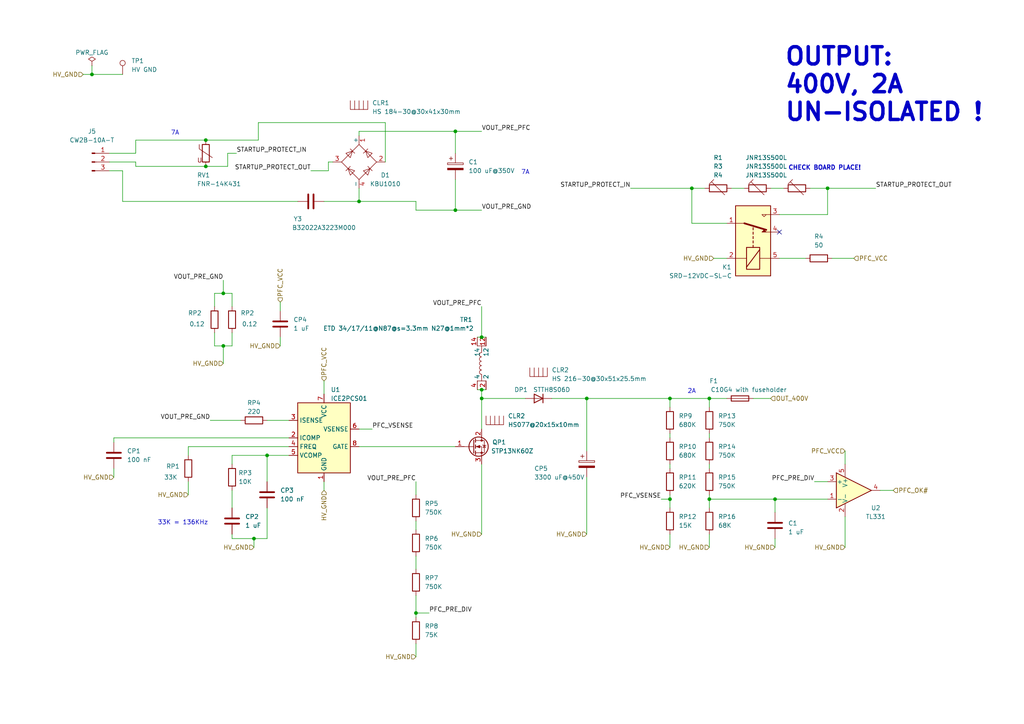
<source format=kicad_sch>
(kicad_sch (version 20230121) (generator eeschema)
  (paper "A4")
  (lib_symbols
    (symbol "Comparator:TL331" (pin_names (offset 0.127))
      (property "Reference" "U" (at 1.27 5.08 0))
      (property "Value" "TL331" (at 3.81 -5.08 0))
      (symbol "TL331_0_1"
        (polyline (pts (xy -5.08 5.08) (xy 5.08 0) (xy -5.08 -5.08) (xy -5.08 5.08)) (stroke (width 0.254)) (fill (type background)))
      )
      (symbol "TL331_1_1"
        (pin input line (at -7.62 -2.54 0) (length 2.54) (name "-") (number "1"))
        (pin power_in line (at -2.54 -7.62 90) (length 3.81) (name "V-") (number "2"))
        (pin input line (at -7.62 2.54 0) (length 2.54) (name "+") (number "3"))
        (pin open_collector line (at 7.62 0 180) (length 2.54) (name "~") (number "4"))
        (pin power_in line (at -2.54 7.62 270) (length 3.81) (name "V+") (number "5"))
      )
    )
    (symbol "Connector:Conn_01x03_Pin" (pin_names (offset 1.016) hide)
      (property "Reference" "J" (at 0 5.08 0))
      (property "Value" "Conn_01x03_Pin" (at 0 -5.08 0))
      (symbol "Conn_01x03_Pin_1_1"
        (polyline (pts (xy 1.27 -2.54) (xy 0.8636 -2.54)) (stroke (width 0.1524)))
        (polyline (pts (xy 1.27 0) (xy 0.8636 0)) (stroke (width 0.1524)))
        (polyline (pts (xy 1.27 2.54) (xy 0.8636 2.54)) (stroke (width 0.1524)))
        (rectangle (start 0.8636 -2.413) (end 0 -2.667) (stroke (width 0.1524)) (fill (type outline)))
        (rectangle (start 0.8636 0.127) (end 0 -0.127) (stroke (width 0.1524)) (fill (type outline)))
        (rectangle (start 0.8636 2.667) (end 0 2.413) (stroke (width 0.1524)) (fill (type outline)))
        (pin passive line (at 5.08 2.54 180) (length 3.81) (name "Pin_1") (number "1"))
        (pin passive line (at 5.08 0 180) (length 3.81) (name "Pin_2") (number "2"))
        (pin passive line (at 5.08 -2.54 180) (length 3.81) (name "Pin_3") (number "3"))
      )
    )
    (symbol "Connector:TestPoint" (pin_numbers hide) (pin_names (offset 0.762) hide)
      (property "Reference" "TP" (at 0 6.858 0))
      (property "Value" "TestPoint" (at 0 5.08 0))
      (symbol "TestPoint_0_1"
        (circle (center 0 3.302) (radius 0.762))
      )
      (symbol "TestPoint_1_1"
        (pin passive line (at 0 0 90) (length 2.54) (name "1") (number "1"))
      )
    )
    (symbol "Device:C" (pin_numbers hide) (pin_names (offset 0.254))
      (property "Reference" "C" (at 0.635 2.54 0))
      (property "Value" "C" (at 0.635 -2.54 0))
      (symbol "C_0_1"
        (polyline (pts (xy -2.032 -0.762) (xy 2.032 -0.762)) (stroke (width 0.508)))
        (polyline (pts (xy -2.032 0.762) (xy 2.032 0.762)) (stroke (width 0.508)))
      )
      (symbol "C_1_1"
        (pin passive line (at 0 3.81 270) (length 2.794) (name "~") (number "1"))
        (pin passive line (at 0 -3.81 90) (length 2.794) (name "~") (number "2"))
      )
    )
    (symbol "Device:C_Polarized" (pin_numbers hide) (pin_names (offset 0.254))
      (property "Reference" "C" (at 0.635 2.54 0))
      (property "Value" "C_Polarized" (at 0.635 -2.54 0))
      (symbol "C_Polarized_0_1"
        (rectangle (start -2.286 0.508) (end 2.286 1.016))
        (polyline (pts (xy -1.778 2.286) (xy -0.762 2.286)))
        (polyline (pts (xy -1.27 2.794) (xy -1.27 1.778)))
        (rectangle (start 2.286 -0.508) (end -2.286 -1.016) (fill (type outline)))
      )
      (symbol "C_Polarized_1_1"
        (pin passive line (at 0 3.81 270) (length 2.794) (name "~") (number "1"))
        (pin passive line (at 0 -3.81 90) (length 2.794) (name "~") (number "2"))
      )
    )
    (symbol "Device:D" (pin_numbers hide) (pin_names (offset 1.016) hide)
      (property "Reference" "D" (at 0 2.54 0))
      (property "Value" "D" (at 0 -2.54 0))
      (symbol "D_0_1"
        (polyline (pts (xy -1.27 1.27) (xy -1.27 -1.27)) (stroke (width 0.254)))
        (polyline (pts (xy 1.27 0) (xy -1.27 0)))
        (polyline (pts (xy 1.27 1.27) (xy 1.27 -1.27) (xy -1.27 0) (xy 1.27 1.27)) (stroke (width 0.254)))
      )
      (symbol "D_1_1"
        (pin passive line (at -3.81 0 0) (length 2.54) (name "K") (number "1"))
        (pin passive line (at 3.81 0 180) (length 2.54) (name "A") (number "2"))
      )
    )
    (symbol "Device:Fuse" (pin_numbers hide) (pin_names (offset 0))
      (property "Reference" "F" (at 2.032 0 90))
      (property "Value" "Fuse" (at -1.905 0 90))
      (symbol "Fuse_0_1"
        (rectangle (start -0.762 -2.54) (end 0.762 2.54) (stroke (width 0.254)))
        (polyline (pts (xy 0 2.54) (xy 0 -2.54)))
      )
      (symbol "Fuse_1_1"
        (pin passive line (at 0 3.81 270) (length 1.27) (name "~") (number "1"))
        (pin passive line (at 0 -3.81 90) (length 1.27) (name "~") (number "2"))
      )
    )
    (symbol "Device:Q_NMOS_GDS" (pin_names (offset 0) hide)
      (property "Reference" "Q" (at 5.08 1.27 0))
      (property "Value" "Q_NMOS_GDS" (at 5.08 -1.27 0))
      (symbol "Q_NMOS_GDS_0_1"
        (polyline (pts (xy 0.254 0) (xy -2.54 0)))
        (polyline (pts (xy 0.254 1.905) (xy 0.254 -1.905)) (stroke (width 0.254)))
        (polyline (pts (xy 0.762 -1.27) (xy 0.762 -2.286)) (stroke (width 0.254)))
        (polyline (pts (xy 0.762 0.508) (xy 0.762 -0.508)) (stroke (width 0.254)))
        (polyline (pts (xy 0.762 2.286) (xy 0.762 1.27)) (stroke (width 0.254)))
        (polyline (pts (xy 2.54 2.54) (xy 2.54 1.778)))
        (polyline (pts (xy 2.54 -2.54) (xy 2.54 0) (xy 0.762 0)))
        (polyline (pts (xy 0.762 -1.778) (xy 3.302 -1.778) (xy 3.302 1.778) (xy 0.762 1.778)))
        (polyline (pts (xy 1.016 0) (xy 2.032 0.381) (xy 2.032 -0.381) (xy 1.016 0)) (fill (type outline)))
        (polyline (pts (xy 2.794 0.508) (xy 2.921 0.381) (xy 3.683 0.381) (xy 3.81 0.254)))
        (polyline (pts (xy 3.302 0.381) (xy 2.921 -0.254) (xy 3.683 -0.254) (xy 3.302 0.381)))
        (circle (center 1.651 0) (radius 2.794) (stroke (width 0.254)))
        (circle (center 2.54 -1.778) (radius 0.254) (fill (type outline)))
        (circle (center 2.54 1.778) (radius 0.254) (fill (type outline)))
      )
      (symbol "Q_NMOS_GDS_1_1"
        (pin input line (at -5.08 0 0) (length 2.54) (name "G") (number "1"))
        (pin passive line (at 2.54 5.08 270) (length 2.54) (name "D") (number "2"))
        (pin passive line (at 2.54 -5.08 90) (length 2.54) (name "S") (number "3"))
      )
    )
    (symbol "Device:R" (pin_numbers hide) (pin_names (offset 0))
      (property "Reference" "R" (at 2.032 0 90))
      (property "Value" "R" (at 0 0 90))
      (symbol "R_0_1"
        (rectangle (start -1.016 -2.54) (end 1.016 2.54) (stroke (width 0.254)))
      )
      (symbol "R_1_1"
        (pin passive line (at 0 3.81 270) (length 1.27) (name "~") (number "1"))
        (pin passive line (at 0 -3.81 90) (length 1.27) (name "~") (number "2"))
      )
    )
    (symbol "Device:R_Trim" (pin_numbers hide) (pin_names (offset 0))
      (property "Reference" "R" (at 2.54 -2.54 90))
      (property "Value" "R_Trim" (at -2.54 -0.635 90))
      (symbol "R_Trim_0_1"
        (rectangle (start -1.016 -2.54) (end 1.016 2.54) (stroke (width 0.254)))
        (polyline (pts (xy -1.905 -1.905) (xy 1.905 1.905) (xy 2.54 1.27) (xy 1.27 2.54)))
      )
      (symbol "R_Trim_1_1"
        (pin passive line (at 0 3.81 270) (length 1.27) (name "~") (number "1"))
        (pin passive line (at 0 -3.81 90) (length 1.27) (name "~") (number "2"))
      )
    )
    (symbol "Device:Varistor" (pin_numbers hide) (pin_names (offset 0))
      (property "Reference" "RV" (at 3.175 0 90))
      (property "Value" "Varistor" (at -3.175 0 90))
      (symbol "Varistor_0_0"
        (text "U" (at -1.778 -2.032 0) (effects (font (size 1.27 1.27))))
      )
      (symbol "Varistor_0_1"
        (rectangle (start -1.016 -2.54) (end 1.016 2.54) (stroke (width 0.254)))
        (polyline (pts (xy -1.905 2.54) (xy -1.905 1.27) (xy 1.905 -1.27)))
      )
      (symbol "Varistor_1_1"
        (pin passive line (at 0 3.81 270) (length 1.27) (name "~") (number "1"))
        (pin passive line (at 0 -3.81 90) (length 1.27) (name "~") (number "2"))
      )
    )
    (symbol "Diode_Bridge:KBU8M" (pin_names (offset 0))
      (property "Reference" "D" (at 2.54 6.985 0))
      (property "Value" "KBU8M" (at 2.54 5.08 0))
      (symbol "KBU8M_0_1"
        (polyline (pts (xy -2.54 3.81) (xy -1.27 2.54)))
        (polyline (pts (xy -1.27 -2.54) (xy -2.54 -3.81)))
        (polyline (pts (xy 2.54 -1.27) (xy 3.81 -2.54)))
        (polyline (pts (xy 2.54 1.27) (xy 3.81 2.54)))
        (polyline (pts (xy -3.81 2.54) (xy -2.54 1.27) (xy -1.905 3.175) (xy -3.81 2.54)))
        (polyline (pts (xy -2.54 -1.27) (xy -3.81 -2.54) (xy -1.905 -3.175) (xy -2.54 -1.27)))
        (polyline (pts (xy 1.27 2.54) (xy 2.54 3.81) (xy 3.175 1.905) (xy 1.27 2.54)))
        (polyline (pts (xy 3.175 -1.905) (xy 1.27 -2.54) (xy 2.54 -3.81) (xy 3.175 -1.905)))
        (polyline (pts (xy -5.08 0) (xy 0 -5.08) (xy 5.08 0) (xy 0 5.08) (xy -5.08 0)))
      )
      (symbol "KBU8M_1_1"
        (pin passive line (at 7.62 0 180) (length 2.54) (name "+") (number "1"))
        (pin passive line (at 0 -7.62 90) (length 2.54) (name "~") (number "2"))
        (pin passive line (at 0 7.62 270) (length 2.54) (name "~") (number "3"))
        (pin passive line (at -7.62 0 0) (length 2.54) (name "-") (number "4"))
      )
    )
    (symbol "My_Library:COOLER"
      (property "Reference" "CLR" (at 0 -1.27 0))
      (property "Value" "COOLER" (at 0 -3.81 0))
      (symbol "COOLER_0_1"
        (polyline (pts (xy -1.27 2.54) (xy -1.27 0)))
        (polyline (pts (xy 0 2.54) (xy 0 0)))
        (polyline (pts (xy 1.27 2.54) (xy 1.27 0)))
        (polyline (pts (xy -2.54 2.54) (xy -2.54 0) (xy 2.54 0) (xy 2.54 2.54)))
      )
    )
    (symbol "My_Library:TR_1x2-8+8"
      (property "Reference" "TR" (at 0 -5.08 0))
      (symbol "TR_1x2-8+8_0_1"
        (arc (start -3.175 -0.0766) (mid -2.54 -0.6396) (end -1.905 -0.0766))
        (arc (start -1.905 -0.0766) (mid -1.27 -0.6396) (end -0.635 -0.0766))
        (arc (start -0.635 -0.0766) (mid 0 -0.6396) (end 0.635 -0.0766))
        (polyline (pts (xy -5.08 0) (xy -3.81 0)))
        (polyline (pts (xy -5.08 1.27) (xy -5.08 -1.27)))
        (polyline (pts (xy -3.81 0) (xy -3.175 0)))
        (polyline (pts (xy 3.175 0) (xy 3.81 0)))
        (polyline (pts (xy 5.08 0) (xy 3.81 0)))
        (polyline (pts (xy 5.08 1.27) (xy 5.08 -1.27)))
        (arc (start 0.635 -0.0766) (mid 1.27 -0.6396) (end 1.905 -0.0766))
        (arc (start 1.905 -0.0766) (mid 2.54 -0.6396) (end 3.175 -0.0766))
      )
      (symbol "TR_1x2-8+8_1_1"
        (pin bidirectional line (at -7.62 1.27 0) (length 2.54) (name "12") (number "12"))
        (pin bidirectional line (at -7.62 -1.27 0) (length 2.54) (name "14") (number "14"))
        (pin bidirectional line (at 7.62 1.27 180) (length 2.54) (name "2") (number "2"))
        (pin bidirectional line (at 7.62 -1.27 180) (length 2.54) (name "4") (number "4"))
      )
    )
    (symbol "Regulator_Controller:ICE2PCS01"
      (property "Reference" "U" (at -7.62 11.43 0))
      (property "Value" "ICE2PCS01" (at 1.27 11.43 0))
      (symbol "ICE2PCS01_0_0"
        (rectangle (start -7.62 10.16) (end 7.62 -10.16) (stroke (width 0.254)) (fill (type background)))
      )
      (symbol "ICE2PCS01_1_1"
        (pin power_in line (at 0 -12.7 90) (length 2.54) (name "GND") (number "1"))
        (pin passive line (at -10.16 0 0) (length 2.54) (name "ICOMP") (number "2"))
        (pin input line (at -10.16 5.08 0) (length 2.54) (name "ISENSE") (number "3"))
        (pin passive line (at -10.16 -2.54 0) (length 2.54) (name "FREQ") (number "4"))
        (pin passive line (at -10.16 -5.08 0) (length 2.54) (name "VCOMP") (number "5"))
        (pin input line (at 10.16 2.54 180) (length 2.54) (name "VSENSE") (number "6"))
        (pin power_in line (at 0 12.7 270) (length 2.54) (name "VCC") (number "7"))
        (pin output line (at 10.16 -2.54 180) (length 2.54) (name "GATE") (number "8"))
      )
    )
    (symbol "Relay:SANYOU_SRD_Form_C"
      (property "Reference" "K" (at 11.43 3.81 0))
      (property "Value" "SANYOU_SRD_Form_C" (at 11.43 1.27 0))
      (symbol "SANYOU_SRD_Form_C_0_0"
        (polyline (pts (xy 7.62 5.08) (xy 7.62 2.54) (xy 6.985 3.175) (xy 7.62 3.81)))
      )
      (symbol "SANYOU_SRD_Form_C_0_1"
        (rectangle (start -10.16 5.08) (end 10.16 -5.08) (stroke (width 0.254)) (fill (type background)))
        (rectangle (start -8.255 1.905) (end -1.905 -1.905) (stroke (width 0.254)))
        (polyline (pts (xy -7.62 -1.905) (xy -2.54 1.905)) (stroke (width 0.254)))
        (polyline (pts (xy -5.08 -5.08) (xy -5.08 -1.905)))
        (polyline (pts (xy -5.08 5.08) (xy -5.08 1.905)))
        (polyline (pts (xy -1.905 0) (xy -1.27 0)) (stroke (width 0.254)))
        (polyline (pts (xy -0.635 0) (xy 0 0)) (stroke (width 0.254)))
        (polyline (pts (xy 0.635 0) (xy 1.27 0)) (stroke (width 0.254)))
        (polyline (pts (xy 1.905 0) (xy 2.54 0)) (stroke (width 0.254)))
        (polyline (pts (xy 3.175 0) (xy 3.81 0)) (stroke (width 0.254)))
        (polyline (pts (xy 5.08 -2.54) (xy 3.175 3.81)) (stroke (width 0.508)))
        (polyline (pts (xy 5.08 -2.54) (xy 5.08 -5.08)))
      )
      (symbol "SANYOU_SRD_Form_C_1_1"
        (polyline (pts (xy 2.54 3.81) (xy 3.175 3.175) (xy 2.54 2.54) (xy 2.54 5.08)) (fill (type outline)))
        (pin passive line (at 5.08 -7.62 90) (length 2.54) (name "~") (number "1"))
        (pin passive line (at -5.08 -7.62 90) (length 2.54) (name "~") (number "2"))
        (pin passive line (at 7.62 7.62 270) (length 2.54) (name "~") (number "3"))
        (pin passive line (at 2.54 7.62 270) (length 2.54) (name "~") (number "4"))
        (pin passive line (at -5.08 7.62 270) (length 2.54) (name "~") (number "5"))
      )
    )
    (symbol "power:PWR_FLAG" (power) (pin_numbers hide) (pin_names (offset 0) hide)
      (property "Value" "PWR_FLAG" (at 0 3.81 0))
      (symbol "PWR_FLAG_0_0"
        (pin power_out line (at 0 0 90) (length 0) (name "pwr") (number "1"))
      )
      (symbol "PWR_FLAG_0_1"
        (polyline (pts (xy 0 0) (xy 0 1.27) (xy -1.016 1.905) (xy 0 2.54) (xy 1.016 1.905) (xy 0 1.27)))
      )
    )
  )
  (junction (at 224.79 144.78))
  (junction (at 104.14 58.42))
  (junction (at 59.69 48.26))
  (junction (at 194.31 144.78))
  (junction (at 240.03 54.61))
  (junction (at 200.66 54.61))
  (junction (at 132.08 38.1))
  (junction (at 139.7 115.57))
  (junction (at 26.67 21.59))
  (junction (at 59.69 40.64))
  (junction (at 64.77 100.33))
  (junction (at 205.74 115.57))
  (junction (at 64.77 85.09))
  (junction (at 194.31 115.57))
  (junction (at 120.65 177.8))
  (junction (at 139.7 97.79))
  (junction (at 77.47 132.08))
  (junction (at 73.66 156.21))
  (junction (at 205.74 144.78))
  (junction (at 170.18 115.57))
  (junction (at 132.08 60.96))
  (junction (at 139.7 113.03))
  (no_connect (at 226.06 67.31))
  (wire (pts (xy 33.02 127) (xy 33.02 128.27)))
  (wire (pts (xy 224.79 144.78) (xy 240.03 144.78)))
  (wire (pts (xy 67.31 132.08) (xy 77.47 132.08)))
  (wire (pts (xy 205.74 115.57) (xy 205.74 118.11)))
  (wire (pts (xy 191.77 144.78) (xy 194.31 144.78)))
  (wire (pts (xy 26.67 21.59) (xy 35.56 21.59)))
  (wire (pts (xy 236.22 139.7) (xy 240.03 139.7)))
  (wire (pts (xy 194.31 143.51) (xy 194.31 144.78)))
  (wire (pts (xy 139.7 113.03) (xy 138.43 113.03)))
  (wire (pts (xy 245.11 149.86) (xy 245.11 158.75)))
  (wire (pts (xy 218.44 115.57) (xy 223.52 115.57)))
  (wire (pts (xy 120.65 139.7) (xy 120.65 143.51)))
  (wire (pts (xy 93.98 139.7) (xy 93.98 142.24)))
  (wire (pts (xy 200.66 54.61) (xy 204.47 54.61)))
  (wire (pts (xy 226.06 62.23) (xy 240.03 62.23)))
  (wire (pts (xy 31.75 44.45) (xy 39.37 44.45)))
  (wire (pts (xy 104.14 38.1) (xy 104.14 39.37)))
  (wire (pts (xy 194.31 115.57) (xy 194.31 118.11)))
  (wire (pts (xy 132.08 38.1) (xy 139.7 38.1)))
  (wire (pts (xy 77.47 132.08) (xy 83.82 132.08)))
  (wire (pts (xy 39.37 46.99) (xy 39.37 48.26)))
  (wire (pts (xy 95.25 49.53) (xy 95.25 46.99)))
  (wire (pts (xy 139.7 115.57) (xy 152.4 115.57)))
  (wire (pts (xy 205.74 115.57) (xy 210.82 115.57)))
  (wire (pts (xy 224.79 156.21) (xy 224.79 158.75)))
  (wire (pts (xy 59.69 48.26) (xy 66.04 48.26)))
  (wire (pts (xy 74.93 35.56) (xy 74.93 40.64)))
  (wire (pts (xy 104.14 58.42) (xy 120.65 58.42)))
  (wire (pts (xy 139.7 115.57) (xy 139.7 124.46)))
  (wire (pts (xy 224.79 144.78) (xy 224.79 148.59)))
  (wire (pts (xy 26.67 21.59) (xy 26.67 19.05)))
  (wire (pts (xy 73.66 156.21) (xy 73.66 158.75)))
  (wire (pts (xy 139.7 97.79) (xy 140.97 97.79)))
  (wire (pts (xy 54.61 129.54) (xy 54.61 132.08)))
  (wire (pts (xy 66.04 44.45) (xy 68.58 44.45)))
  (wire (pts (xy 64.77 81.28) (xy 64.77 85.09)))
  (wire (pts (xy 139.7 60.96) (xy 132.08 60.96)))
  (wire (pts (xy 200.66 64.77) (xy 210.82 64.77)))
  (wire (pts (xy 170.18 115.57) (xy 194.31 115.57)))
  (wire (pts (xy 39.37 40.64) (xy 59.69 40.64)))
  (wire (pts (xy 120.65 172.72) (xy 120.65 177.8)))
  (wire (pts (xy 194.31 115.57) (xy 205.74 115.57)))
  (wire (pts (xy 64.77 100.33) (xy 67.31 100.33)))
  (wire (pts (xy 223.52 54.61) (xy 227.33 54.61)))
  (wire (pts (xy 205.74 144.78) (xy 224.79 144.78)))
  (wire (pts (xy 234.95 54.61) (xy 240.03 54.61)))
  (wire (pts (xy 35.56 58.42) (xy 86.36 58.42)))
  (wire (pts (xy 194.31 134.62) (xy 194.31 135.89)))
  (wire (pts (xy 67.31 156.21) (xy 73.66 156.21)))
  (wire (pts (xy 205.74 144.78) (xy 205.74 147.32)))
  (wire (pts (xy 139.7 134.62) (xy 139.7 154.94)))
  (wire (pts (xy 67.31 85.09) (xy 67.31 88.9)))
  (wire (pts (xy 62.23 85.09) (xy 64.77 85.09)))
  (wire (pts (xy 111.76 35.56) (xy 74.93 35.56)))
  (wire (pts (xy 104.14 129.54) (xy 132.08 129.54)))
  (wire (pts (xy 33.02 135.89) (xy 33.02 138.43)))
  (wire (pts (xy 54.61 139.7) (xy 54.61 143.51)))
  (wire (pts (xy 245.11 130.81) (xy 245.11 134.62)))
  (wire (pts (xy 81.28 87.63) (xy 81.28 90.17)))
  (wire (pts (xy 67.31 142.24) (xy 67.31 147.32)))
  (wire (pts (xy 24.13 21.59) (xy 26.67 21.59)))
  (wire (pts (xy 120.65 58.42) (xy 120.65 60.96)))
  (wire (pts (xy 31.75 46.99) (xy 39.37 46.99)))
  (wire (pts (xy 67.31 154.94) (xy 67.31 156.21)))
  (wire (pts (xy 104.14 58.42) (xy 104.14 54.61)))
  (wire (pts (xy 93.98 58.42) (xy 104.14 58.42)))
  (wire (pts (xy 62.23 88.9) (xy 62.23 85.09)))
  (wire (pts (xy 60.96 121.92) (xy 69.85 121.92)))
  (wire (pts (xy 194.31 154.94) (xy 194.31 158.75)))
  (wire (pts (xy 120.65 60.96) (xy 132.08 60.96)))
  (wire (pts (xy 200.66 54.61) (xy 200.66 64.77)))
  (wire (pts (xy 67.31 134.62) (xy 67.31 132.08)))
  (wire (pts (xy 66.04 44.45) (xy 66.04 48.26)))
  (wire (pts (xy 205.74 154.94) (xy 205.74 158.75)))
  (wire (pts (xy 212.09 54.61) (xy 215.9 54.61)))
  (wire (pts (xy 90.17 49.53) (xy 95.25 49.53)))
  (wire (pts (xy 182.88 54.61) (xy 200.66 54.61)))
  (wire (pts (xy 120.65 177.8) (xy 120.65 179.07)))
  (wire (pts (xy 170.18 138.43) (xy 170.18 154.94)))
  (wire (pts (xy 81.28 97.79) (xy 81.28 100.33)))
  (wire (pts (xy 73.66 156.21) (xy 77.47 156.21)))
  (wire (pts (xy 205.74 125.73) (xy 205.74 127)))
  (wire (pts (xy 93.98 110.49) (xy 93.98 114.3)))
  (wire (pts (xy 104.14 124.46) (xy 107.95 124.46)))
  (wire (pts (xy 160.02 115.57) (xy 170.18 115.57)))
  (wire (pts (xy 64.77 100.33) (xy 64.77 105.41)))
  (wire (pts (xy 139.7 113.03) (xy 139.7 115.57)))
  (wire (pts (xy 132.08 52.07) (xy 132.08 60.96)))
  (wire (pts (xy 241.3 74.93) (xy 247.65 74.93)))
  (wire (pts (xy 35.56 49.53) (xy 35.56 58.42)))
  (wire (pts (xy 31.75 49.53) (xy 35.56 49.53)))
  (wire (pts (xy 240.03 54.61) (xy 254 54.61)))
  (wire (pts (xy 139.7 88.9) (xy 139.7 97.79)))
  (wire (pts (xy 205.74 134.62) (xy 205.74 135.89)))
  (wire (pts (xy 194.31 144.78) (xy 194.31 147.32)))
  (wire (pts (xy 59.69 40.64) (xy 74.93 40.64)))
  (wire (pts (xy 39.37 40.64) (xy 39.37 44.45)))
  (wire (pts (xy 54.61 129.54) (xy 83.82 129.54)))
  (wire (pts (xy 62.23 100.33) (xy 64.77 100.33)))
  (wire (pts (xy 77.47 156.21) (xy 77.47 147.32)))
  (wire (pts (xy 120.65 161.29) (xy 120.65 165.1)))
  (wire (pts (xy 77.47 132.08) (xy 77.47 139.7)))
  (wire (pts (xy 205.74 143.51) (xy 205.74 144.78)))
  (wire (pts (xy 138.43 97.79) (xy 139.7 97.79)))
  (wire (pts (xy 226.06 74.93) (xy 233.68 74.93)))
  (wire (pts (xy 255.27 142.24) (xy 259.08 142.24)))
  (wire (pts (xy 104.14 38.1) (xy 132.08 38.1)))
  (wire (pts (xy 132.08 38.1) (xy 132.08 44.45)))
  (wire (pts (xy 39.37 48.26) (xy 59.69 48.26)))
  (wire (pts (xy 207.01 74.93) (xy 210.82 74.93)))
  (wire (pts (xy 120.65 186.69) (xy 120.65 190.5)))
  (wire (pts (xy 240.03 62.23) (xy 240.03 54.61)))
  (wire (pts (xy 67.31 100.33) (xy 67.31 96.52)))
  (wire (pts (xy 95.25 46.99) (xy 96.52 46.99)))
  (wire (pts (xy 139.7 113.03) (xy 140.97 113.03)))
  (wire (pts (xy 64.77 85.09) (xy 67.31 85.09)))
  (wire (pts (xy 194.31 125.73) (xy 194.31 127)))
  (wire (pts (xy 83.82 127) (xy 33.02 127)))
  (wire (pts (xy 77.47 121.92) (xy 83.82 121.92)))
  (wire (pts (xy 120.65 151.13) (xy 120.65 153.67)))
  (wire (pts (xy 111.76 46.99) (xy 111.76 35.56)))
  (wire (pts (xy 62.23 96.52) (xy 62.23 100.33)))
  (wire (pts (xy 170.18 115.57) (xy 170.18 130.81)))
  (wire (pts (xy 120.65 177.8) (xy 124.46 177.8)))
  (text "7A" (at 49.53 39.37 0) (effects (font (size 1.27 1.27)) (justify left bottom)))
  (text "33K = 136KHz" (at 45.72 152.4 0) (effects (font (size 1.27 1.27)) (justify left bottom)))
  (text "CHECK BOARD PLACE!" (at 228.6 49.53 0) (effects (font (size 1.27 1.27) (thickness 0.254) bold) (justify left bottom)))
  (text "OUTPUT:\n400V, 2A\nUN-ISOLATED !" (at 227.33 35.56 0) (effects (font (size 5 5) (thickness 1) bold) (justify left bottom)))
  (text "2A" (at 199.39 114.3 0) (effects (font (size 1.27 1.27)) (justify left bottom)))
  (text "7A" (at 151.13 50.8 0) (effects (font (size 1.27 1.27)) (justify left bottom)))
  (label "VOUT_PRE_PFC" (at 120.65 139.7 180))
  (label "PFC_PRE_DIV" (at 236.22 139.7 180))
  (label "STARTUP_PROTECT_OUT" (at 254 54.61 0))
  (label "VOUT_PRE_GND" (at 60.96 121.92 180))
  (label "PFC_PRE_DIV" (at 124.46 177.8 0))
  (label "STARTUP_PROTECT_IN" (at 182.88 54.61 180))
  (label "VOUT_PRE_PFC" (at 139.7 38.1 0))
  (label "PFC_VSENSE" (at 191.77 144.78 180))
  (label "VOUT_PRE_GND" (at 64.77 81.28 180))
  (label "VOUT_PRE_GND" (at 139.7 60.96 0))
  (label "PFC_VSENSE" (at 107.95 124.46 0))
  (label "STARTUP_PROTECT_OUT" (at 90.17 49.53 180))
  (label "VOUT_PRE_PFC" (at 139.7 88.9 180))
  (label "STARTUP_PROTECT_IN" (at 68.58 44.45 0))
  (hierarchical_label "HV_GND" (shape input) (at 205.74 158.75 180))
  (hierarchical_label "PFC_VCC" (shape input) (at 245.11 130.81 180))
  (hierarchical_label "HV_GND" (shape input) (at 64.77 105.41 180))
  (hierarchical_label "HV_GND" (shape input) (at 194.31 158.75 180))
  (hierarchical_label "PFC_VCC" (shape input) (at 247.65 74.93 0))
  (hierarchical_label "PFC_VCC" (shape input) (at 81.28 87.63 90))
  (hierarchical_label "HV_GND" (shape input) (at 24.13 21.59 180))
  (hierarchical_label "HV_GND" (shape input) (at 245.11 158.75 180))
  (hierarchical_label "HV_GND" (shape input) (at 224.79 158.75 180))
  (hierarchical_label "HV_GND" (shape input) (at 33.02 138.43 180))
  (hierarchical_label "HV_GND" (shape input) (at 54.61 143.51 180))
  (hierarchical_label "PFC_VCC" (shape input) (at 93.98 110.49 90))
  (hierarchical_label "HV_GND" (shape input) (at 120.65 190.5 180))
  (hierarchical_label "HV_GND" (shape input) (at 170.18 154.94 180))
  (hierarchical_label "OUT_400V" (shape input) (at 223.52 115.57 0))
  (hierarchical_label "HV_GND" (shape input) (at 81.28 100.33 180))
  (hierarchical_label "PFC_OK#" (shape input) (at 259.08 142.24 0))
  (hierarchical_label "HV_GND" (shape input) (at 139.7 154.94 180))
  (hierarchical_label "HV_GND" (shape input) (at 93.98 142.24 270))
  (hierarchical_label "HV_GND" (shape input) (at 207.01 74.93 180))
  (hierarchical_label "HV_GND" (shape input) (at 73.66 158.75 180))
  (symbol (lib_id "Device:Varistor") (at 59.69 44.45 0) (unit 1)
    (property "Reference" "RV1" (at 57.15 50.8 0) (effects (justify left)))
    (property "Value" "FNR-14K431" (at 57.15 53.34 0) (effects (justify left)))
    (property "Footprint" "Resistor_THT:R_Radial_Power_L16.1mm_W9.0mm_P7.37mm" (effects hide))
    (property "Sim.Name" "kicad_builtin_varistor" (effects hide))
    (property "Sim.Device" "SUBCKT" (effects hide))
    (property "Sim.Pins" "1=A 2=B" (effects hide))
    (property "Sim.Params" "threshold=1k" (effects hide))
    (property "Sim.Library" "${KICAD7_SYMBOL_DIR}/Simulation_SPICE.sp" (effects hide))
  )
  (symbol (lib_id "My_Library:TR_1x2-8+8") (at 139.7 105.41 270) (unit 1)
    (property "Reference" "TR1" (at 133.35 92.71 90) (effects (justify left)))
    (property "Value" "ETD 34/17/11@N87@s=3.3mm N27@1mm*2" (at 115.57 95.25 90))
    (property "Footprint" "Library:ETD34_7x7_vertical" (effects hide))
  )
  (symbol (lib_id "Device:R") (at 194.31 139.7 0) (unit 1)
    (property "Reference" "RP11" (at 196.85 138.43 0) (effects (justify left)))
    (property "Value" "620K" (at 196.85 140.97 0) (effects (justify left)))
    (property "Footprint" "Resistor_SMD:R_0805_2012Metric" (effects hide))
  )
  (symbol (lib_id "Connector:Conn_01x03_Pin") (at 26.67 46.99 0) (unit 1)
    (property "Reference" "J5" (at 26.67 38.1 0))
    (property "Value" "CW2B-10A-T" (at 26.67 40.64 0))
    (property "Footprint" "Connector_Wire:SolderWire-1.5sqmm_1x03_P7.8mm_D1.7mm_OD3.9mm" (effects hide))
    (instances (project "supply" (path "" (reference "J5") (unit 1))) (project "3dprinter_module_kicad" (path "" (reference "J1") (unit 1))) (project "supply-uv" (path "" (reference "J3") (unit 1))))
  )
  (symbol (lib_id "Device:R") (at 67.31 138.43 0) (unit 1)
    (property "Reference" "RP3" (at 71.12 137.16 0))
    (property "Value" "10K" (at 71.12 139.7 0))
    (property "Footprint" "Resistor_SMD:R_0805_2012Metric" (effects hide))
  )
  (symbol (lib_id "Regulator_Controller:ICE2PCS01") (at 93.98 127 0) (unit 1)
    (property "Reference" "U1" (at 95.9359 113.03 0) (effects (justify left)))
    (property "Value" "ICE2PCS01" (at 95.9359 115.57 0) (effects (justify left)))
    (property "Footprint" "Package_SO:SO-8_3.9x4.9mm_P1.27mm" (effects hide))
    (property "Datasheet" "https://www.infineon.com/dgdl/Infineon-ICE2PCS01-DS-v02_03-en.pdf?fileId=db3a304412b407950112b427caa43ccf" (effects hide))
  )
  (symbol (lib_id "Device:D") (at 156.21 115.57 180) (unit 1)
    (property "Reference" "DP1" (at 151.13 113.03 0))
    (property "Value" "STTH8S06D" (at 160.02 113.03 0))
    (property "Footprint" "Package_TO_SOT_THT:TO-220-2_Vertical" (effects hide))
    (property "Sim.Device" "D" (effects hide))
    (property "Sim.Pins" "1=K 2=A" (effects hide))
  )
  (symbol (lib_id "My_Library:COOLER") (at 104.14 31.75 0) (unit 1)
    (property "Reference" "CLR1" (at 107.95 29.845 0) (effects (justify left)))
    (property "Value" "HS 184-30@30х41х30mm" (at 107.95 32.385 0) (effects (justify left)))
    (property "Footprint" "Library:HS-184-30" (effects hide))
  )
  (symbol (lib_id "Device:Fuse") (at 214.63 115.57 90) (unit 1)
    (property "Reference" "F1" (at 207.01 110.49 90))
    (property "Value" "C10G4 with fuseholder" (at 217.17 113.03 90))
    (property "Footprint" "Connector_Wire:SolderWire-1.5sqmm_1x02_P6mm_D1.7mm_OD3mm" (effects hide))
  )
  (symbol (lib_id "Device:C") (at 77.47 143.51 0) (unit 1)
    (property "Reference" "CP3" (at 81.28 142.24 0) (effects (justify left)))
    (property "Value" "100 nF" (at 81.28 144.78 0) (effects (justify left)))
    (property "Footprint" "Capacitor_SMD:C_0603_1608Metric" (effects hide))
  )
  (symbol (lib_id "Device:R_Trim") (at 208.28 54.61 90) (unit 1)
    (property "Reference" "R1" (at 208.28 45.72 90))
    (property "Value" "JNR13S500L" (at 222.25 45.72 90))
    (property "Footprint" "Varistor:RV_Disc_D12mm_W5.8mm_P7.5mm" (effects hide))
  )
  (symbol (lib_id "Device:R") (at 205.74 121.92 0) (unit 1)
    (property "Reference" "RP13" (at 208.28 120.65 0) (effects (justify left)))
    (property "Value" "750K" (at 208.28 123.19 0) (effects (justify left)))
    (property "Footprint" "Resistor_SMD:R_0805_2012Metric" (effects hide))
  )
  (symbol (lib_id "Device:R") (at 205.74 130.81 0) (unit 1)
    (property "Reference" "RP14" (at 208.28 129.54 0) (effects (justify left)))
    (property "Value" "750K" (at 208.28 132.08 0) (effects (justify left)))
    (property "Footprint" "Resistor_SMD:R_0805_2012Metric" (effects hide))
  )
  (symbol (lib_id "Device:R") (at 62.23 92.71 0) (unit 1)
    (property "Reference" "RP2" (at 56.515 90.805 0))
    (property "Value" "0.12" (at 57.15 93.98 0))
    (property "Footprint" "Resistor_SMD:R_2512_6332Metric" (effects hide))
  )
  (symbol (lib_id "Device:Q_NMOS_GDS") (at 137.16 129.54 0) (unit 1)
    (property "Reference" "QP1" (at 144.78 128.27 0))
    (property "Value" "STP13NK60Z" (at 148.59 130.81 0))
    (property "Footprint" "Package_TO_SOT_THT:TO-220-3_Vertical" (effects hide))
    (property "Datasheet" "https://static.chipdip.ru/lib/905/DOC012905018.pdf" (effects hide))
  )
  (symbol (lib_id "Device:R") (at 120.65 147.32 0) (unit 1)
    (property "Reference" "RP5" (at 123.19 146.05 0) (effects (justify left)))
    (property "Value" "750K" (at 123.19 148.59 0) (effects (justify left)))
    (property "Footprint" "Resistor_SMD:R_0805_2012Metric" (effects hide))
  )
  (symbol (lib_id "Device:R") (at 205.74 139.7 0) (unit 1)
    (property "Reference" "RP15" (at 208.28 138.43 0) (effects (justify left)))
    (property "Value" "750K" (at 208.28 140.97 0) (effects (justify left)))
    (property "Footprint" "Resistor_SMD:R_0805_2012Metric" (effects hide))
  )
  (symbol (lib_id "Device:R_Trim") (at 219.71 54.61 90) (unit 1)
    (property "Reference" "R3" (at 208.28 48.26 90))
    (property "Value" "JNR13S500L" (at 222.25 48.26 90))
    (property "Footprint" "Varistor:RV_Disc_D12mm_W5.8mm_P7.5mm" (effects hide))
    (instances (project "supply" (path "" (reference "R3") (unit 1)) (path "" (reference "R2") (unit 1))) (project "supply-uv" (path "" (reference "R2") (unit 1))))
  )
  (symbol (lib_id "Device:C_Polarized") (at 170.18 134.62 0) (unit 1)
    (property "Reference" "CP5" (at 154.94 135.89 0) (effects (justify left)))
    (property "Value" "3300 uF@450V" (at 154.94 138.43 0) (effects (justify left)))
    (property "Footprint" "Connector_Wire:SolderWire-1.5sqmm_1x02_P6mm_D1.7mm_OD3mm" (effects hide))
  )
  (symbol (lib_id "Device:R_Trim") (at 231.14 54.61 90) (unit 1)
    (property "Reference" "R4" (at 208.28 50.8 90))
    (property "Value" "JNR13S500L" (at 222.25 50.8 90))
    (property "Footprint" "Varistor:RV_Disc_D12mm_W5.8mm_P7.5mm" (effects hide))
    (instances (project "supply" (path "" (reference "R4") (unit 1)) (path "" (reference "R3") (unit 1))) (project "supply-uv" (path "" (reference "R3") (unit 1))))
  )
  (symbol (lib_id "Device:R") (at 194.31 151.13 0) (unit 1)
    (property "Reference" "RP12" (at 196.85 149.86 0) (effects (justify left)))
    (property "Value" "15K" (at 196.85 152.4 0) (effects (justify left)))
    (property "Footprint" "Resistor_SMD:R_0805_2012Metric" (effects hide))
  )
  (symbol (lib_id "Diode_Bridge:KBU8M") (at 104.14 46.99 90) (unit 1)
    (property "Reference" "D1" (at 111.76 50.8 90))
    (property "Value" "KBU1010" (at 111.76 53.34 90))
    (property "Footprint" "Diode_THT:Diode_Bridge_Vishay_KBU" (effects hide))
    (property "Datasheet" "http://www.vishay.com/docs/88656/kbu8.pdf" (effects hide))
  )
  (symbol (lib_id "Device:C") (at 33.02 132.08 0) (unit 1)
    (property "Reference" "CP1" (at 36.83 130.81 0) (effects (justify left)))
    (property "Value" "100 nF" (at 36.83 133.35 0) (effects (justify left)))
    (property "Footprint" "Capacitor_SMD:C_0603_1608Metric" (effects hide))
  )
  (symbol (lib_id "Device:R") (at 120.65 168.91 0) (unit 1)
    (property "Reference" "RP7" (at 123.19 167.64 0) (effects (justify left)))
    (property "Value" "750K" (at 123.19 170.18 0) (effects (justify left)))
    (property "Footprint" "Resistor_SMD:R_0805_2012Metric" (effects hide))
  )
  (symbol (lib_id "Comparator:TL331") (at 247.65 142.24 0) (unit 1)
    (property "Reference" "U2" (at 254 147.32 0))
    (property "Value" "TL331" (at 254 149.86 0))
    (property "Footprint" "Package_TO_SOT_SMD:SOT-23-5" (effects hide))
    (property "Datasheet" "http://www.ti.com/lit/ds/symlink/tl331.pdf" (effects hide))
  )
  (symbol (lib_id "My_Library:COOLER") (at 143.51 123.19 0) (unit 1)
    (property "Reference" "CLR2" (at 147.32 120.65 0) (effects (justify left)))
    (property "Value" "HS077@20x15x10mm" (at 147.32 123.19 0) (effects (justify left)))
    (property "Footprint" "Library:HS-077" (effects hide))
    (instances (project "supply" (path "" (reference "CLR2") (unit 1))) (project "supply-uv" (path "" (reference "CLR3") (unit 1))))
  )
  (symbol (lib_id "power:PWR_FLAG") (at 26.67 19.05 0) (unit 1)
    (property "Reference" "#FLG03" (effects hide))
    (property "Value" "PWR_FLAG" (at 26.67 15.24 0))
    (instances (project "supply" (path "" (reference "#FLG03") (unit 1))) (project "supply-uv" (path "" (reference "#FLG01") (unit 1))))
  )
  (symbol (lib_id "Device:R") (at 120.65 182.88 0) (unit 1)
    (property "Reference" "RP8" (at 123.19 181.61 0) (effects (justify left)))
    (property "Value" "75K" (at 123.19 184.15 0) (effects (justify left)))
    (property "Footprint" "Resistor_SMD:R_0805_2012Metric" (effects hide))
  )
  (symbol (lib_id "Device:C") (at 224.79 152.4 0) (unit 1)
    (property "Reference" "C1" (at 228.6 151.765 0) (effects (justify left)))
    (property "Value" "1 uF" (at 228.6 154.305 0) (effects (justify left)))
    (property "Footprint" "Capacitor_SMD:C_0603_1608Metric" (effects hide))
    (instances (project "supply" (path "" (reference "C1") (unit 1)) (path "" (reference "C2") (unit 1))) (project "supply-uv" (path "" (reference "C2") (unit 1))))
  )
  (symbol (lib_id "Device:C") (at 81.28 93.98 0) (unit 1)
    (property "Reference" "CP4" (at 85.09 92.71 0) (effects (justify left)))
    (property "Value" "1 uF" (at 85.09 95.25 0) (effects (justify left)))
    (property "Footprint" "Capacitor_SMD:C_0603_1608Metric" (effects hide))
  )
  (symbol (lib_id "Device:C") (at 90.17 58.42 90) (unit 1)
    (property "Reference" "Y3" (at 86.36 63.5 90))
    (property "Value" "B32022A3223M000" (at 93.98 66.04 90))
    (property "Footprint" "Capacitor_THT:C_Rect_L18.0mm_W6.0mm_P15.00mm_FKS3_FKP3" (effects hide))
    (instances (project "supply" (path "" (reference "Y3") (unit 1)) (path "" (reference "Y1") (unit 1))) (project "supply-uv" (path "" (reference "Y1") (unit 1))))
  )
  (symbol (lib_id "Device:R") (at 237.49 74.93 90) (unit 1)
    (property "Reference" "R4" (at 237.49 68.58 90))
    (property "Value" "50" (at 237.49 71.12 90))
    (property "Footprint" "Resistor_SMD:R_0805_2012Metric" (effects hide))
  )
  (symbol (lib_id "Device:R") (at 54.61 135.89 0) (unit 1)
    (property "Reference" "RP1" (at 50.165 135.255 0))
    (property "Value" "33K" (at 49.53 138.43 0))
    (property "Footprint" "Resistor_SMD:R_0805_2012Metric" (effects hide))
  )
  (symbol (lib_id "Relay:SANYOU_SRD_Form_C") (at 218.44 69.85 270) (mirror x) (unit 1)
    (property "Reference" "K1" (at 210.82 77.47 90))
    (property "Value" "SRD-12VDC-SL-C" (at 203.2 80.01 90))
    (property "Footprint" "Relay_THT:Relay_SPDT_SANYOU_SRD_Series_Form_C" (effects hide))
    (property "Datasheet" "http://www.sanyourelay.ca/public/products/pdf/SRD.pdf" (effects hide))
  )
  (symbol (lib_id "My_Library:COOLER") (at 156.21 109.22 0) (unit 1)
    (property "Reference" "CLR2" (at 160.02 107.315 0) (effects (justify left)))
    (property "Value" "HS 216-30@30х51х25.5mm" (at 160.02 109.855 0) (effects (justify left)))
    (property "Footprint" "Library:HS 216-30" (effects hide))
  )
  (symbol (lib_id "Connector:TestPoint") (at 35.56 21.59 0) (unit 1)
    (property "Reference" "TP1" (at 38.1 17.653 0) (effects (justify left)))
    (property "Value" "HV GND" (at 38.1 20.193 0) (effects (justify left)))
    (property "Footprint" "TestPoint:TestPoint_THTPad_3.0x3.0mm_Drill1.5mm" (effects hide))
  )
  (symbol (lib_id "Device:R") (at 120.65 157.48 0) (unit 1)
    (property "Reference" "RP6" (at 123.19 156.21 0) (effects (justify left)))
    (property "Value" "750K" (at 123.19 158.75 0) (effects (justify left)))
    (property "Footprint" "Resistor_SMD:R_0805_2012Metric" (effects hide))
  )
  (symbol (lib_id "Device:C_Polarized") (at 132.08 48.26 0) (unit 1)
    (property "Reference" "C1" (at 135.89 46.99 0) (effects (justify left)))
    (property "Value" "100 uF@350V" (at 135.89 49.53 0) (effects (justify left)))
    (property "Footprint" "Capacitor_THT:CP_Radial_D18.0mm_P7.50mm" (effects hide))
  )
  (symbol (lib_id "Device:R") (at 73.66 121.92 270) (unit 1)
    (property "Reference" "RP4" (at 73.66 116.84 90))
    (property "Value" "220" (at 73.66 119.38 90))
    (property "Footprint" "Resistor_SMD:R_0805_2012Metric" (effects hide))
  )
  (symbol (lib_id "Device:C") (at 67.31 151.13 0) (unit 1)
    (property "Reference" "CP2" (at 71.12 149.86 0) (effects (justify left)))
    (property "Value" "1 uF" (at 71.12 152.4 0) (effects (justify left)))
    (property "Footprint" "Capacitor_SMD:C_0603_1608Metric" (effects hide))
  )
  (symbol (lib_id "Device:R") (at 194.31 121.92 0) (unit 1)
    (property "Reference" "RP9" (at 196.85 120.65 0) (effects (justify left)))
    (property "Value" "680K" (at 196.85 123.19 0) (effects (justify left)))
    (property "Footprint" "Resistor_SMD:R_0805_2012Metric" (effects hide))
  )
  (symbol (lib_id "Device:R") (at 205.74 151.13 0) (unit 1)
    (property "Reference" "RP16" (at 208.28 149.86 0) (effects (justify left)))
    (property "Value" "68K" (at 208.28 152.4 0) (effects (justify left)))
    (property "Footprint" "Resistor_SMD:R_0805_2012Metric" (effects hide))
  )
  (symbol (lib_id "Device:R") (at 67.31 92.71 0) (unit 1)
    (property "Reference" "RP2" (at 71.755 90.805 0))
    (property "Value" "0.12" (at 72.39 93.98 0))
    (property "Footprint" "Resistor_SMD:R_2512_6332Metric" (effects hide))
    (instances (project "supply" (path "" (reference "RP2") (unit 1))) (project "supply-uv" (path "" (reference "RP17") (unit 1))))
  )
  (symbol (lib_id "Device:R") (at 194.31 130.81 0) (unit 1)
    (property "Reference" "RP10" (at 196.85 129.54 0) (effects (justify left)))
    (property "Value" "680K" (at 196.85 132.08 0) (effects (justify left)))
    (property "Footprint" "Resistor_SMD:R_0805_2012Metric" (effects hide))
  )
)
</source>
